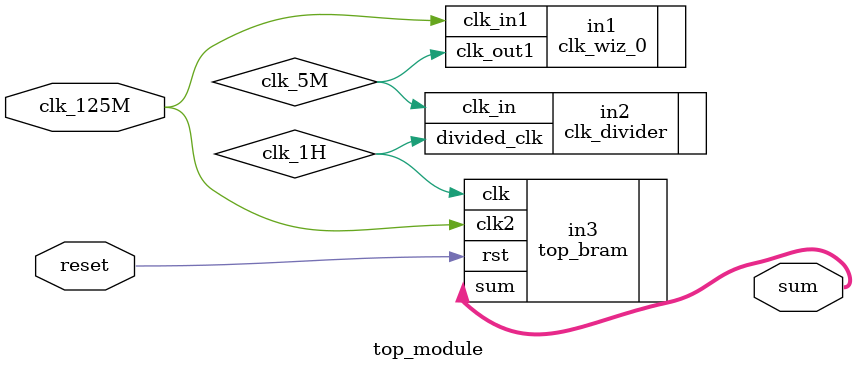
<source format=v>
`timescale 1ns / 1ps
module top_module(
    input clk_125M,
    input reset,
    //output [7:0] count,
    output [31:0] sum  
    );
    wire clk_5M,clk_1H; 
      clk_wiz_0 in1
   (
    // Clock out portss
    .clk_out1(clk_5M),     // output clk_out1
   // Clock in ports
    .clk_in1(clk_125M)      // input clk_in1
);
clk_divider in2(.clk_in(clk_5M),.divided_clk(clk_1H));
//counter in3(.counter_clk(clk_1H),.reset(reset),.count(count));

top_bram in3(.clk(clk_1H),.clk2(clk_125M),.rst(reset),.sum(sum));
endmodule

</source>
